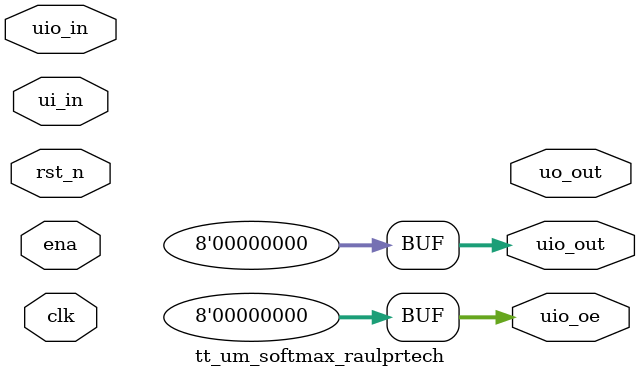
<source format=v>


module tt_um_softmax_raulprtech (
    input  wire [7:0] ui_in,    // Dedicated inputs - connected to the input switches for clk_selector and pattern_sel
    output wire [7:0] uo_out,   // Dedicated outputs - connected to the 7 LEDs
    input  wire [7:0] uio_in,   // IOs: Bidirectional Input path
    output wire [7:0] uio_out,  // IOs: Bidirectional Output path
    output wire [7:0] uio_oe,   // IOs: Bidirectional Enable path (active high: 0=input, 1=output)
    input  wire       ena,      // will go high when the design is enabled, not used circuit can be turned off when pattern_sel = 0
    input  wire       clk,      // clock
    input  wire       rst_n     // reset_n - low to reset
);
assign uio_out = 0;
assign uio_oe = 0;
    
pseudo_softmax M0
(
     .clk(clk),
    .input_bus(ui_in[2:0]),
    .mant_out(uio_out[2:0]),
    .exp_out(uio_out[5:3])
);

endmodule



</source>
